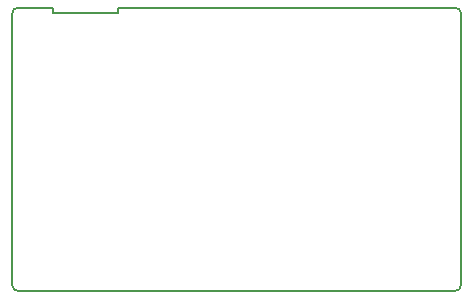
<source format=gm1>
G04 #@! TF.FileFunction,Profile,NP*
%FSLAX46Y46*%
G04 Gerber Fmt 4.6, Leading zero omitted, Abs format (unit mm)*
G04 Created by KiCad (PCBNEW 4.0.5) date 07/12/17 21:06:27*
%MOMM*%
%LPD*%
G01*
G04 APERTURE LIST*
%ADD10C,0.100000*%
%ADD11C,0.150000*%
G04 APERTURE END LIST*
D10*
D11*
X105000000Y-114500000D02*
X105000000Y-91500000D01*
X142500000Y-115000000D02*
X105500000Y-115000000D01*
X143000000Y-91500000D02*
X143000000Y-114500000D01*
X114000000Y-91000000D02*
X142500000Y-91000000D01*
X108500000Y-91000000D02*
X105500000Y-91000000D01*
X143000000Y-91500000D02*
G75*
G03X142500000Y-91000000I-500000J0D01*
G01*
X142500000Y-115000000D02*
G75*
G03X143000000Y-114500000I0J500000D01*
G01*
X105000000Y-114500000D02*
G75*
G03X105500000Y-115000000I500000J0D01*
G01*
X105500000Y-91000000D02*
G75*
G03X105000000Y-91500000I0J-500000D01*
G01*
X114000000Y-91500000D02*
X114000000Y-91000000D01*
X108500000Y-91500000D02*
X114000000Y-91500000D01*
X108500000Y-91000000D02*
X108500000Y-91500000D01*
M02*

</source>
